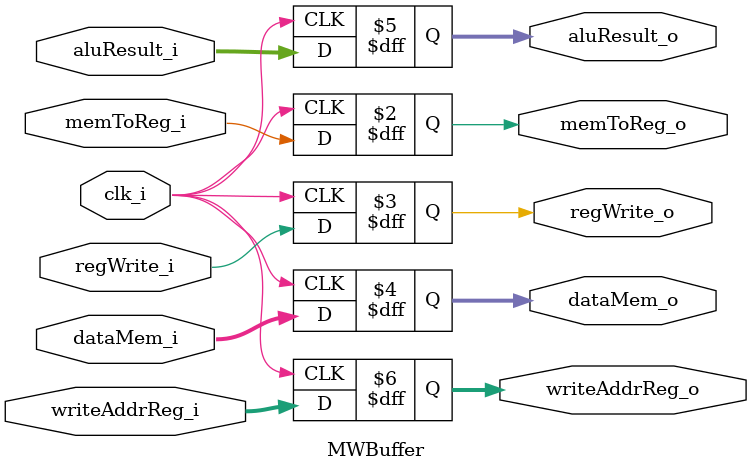
<source format=v>
module MWBuffer ( // Memory Access/Write Back
    input clk_i,
 
    // Input control signals
	input memToReg_i,
	input regWrite_i,

    // Input from memory stage
    input [31:0] dataMem_i,
    input [31:0] aluResult_i,
    input [4:0] writeAddrReg_i,

    // Output control signals
    output reg memToReg_o,
    output reg regWrite_o,

    // Output to write back stage
    output reg [31:0] dataMem_o,
    output reg [31:0] aluResult_o,
    output reg [4:0] writeAddrReg_o
);

    always @(posedge clk_i) begin
        memToReg_o = memToReg_i;
        regWrite_o = regWrite_i;
        dataMem_o = dataMem_i;
        aluResult_o = aluResult_i;
        writeAddrReg_o = writeAddrReg_i;
    end

    
endmodule
</source>
